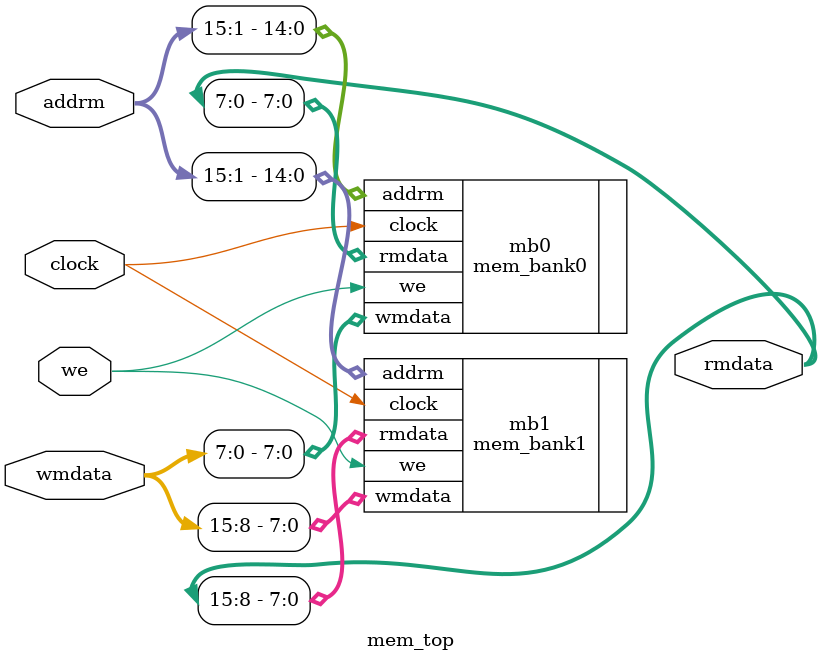
<source format=v>
module mem_top(
	input		clock,
	input	[15:0]	addrm,

	input	[15:0]	wmdata,
	input		we,

	output	[15:0]	rmdata
);

mem_bank0 mb0(
	.clock(clock),
	.addrm(addrm[15:1]),
	.wmdata(wmdata[7:0]),
	.we(we),
	.rmdata(rmdata[7:0])
);

mem_bank1 mb1(
	.clock(clock),
	.addrm(addrm[15:1]),
	.wmdata(wmdata[15:8]),
	.we(we),
	.rmdata(rmdata[15:8])
);

endmodule

</source>
